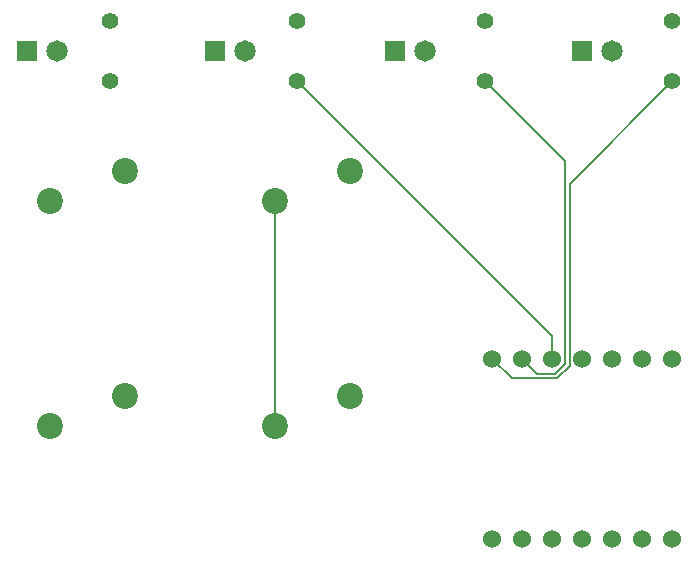
<source format=gbr>
%TF.GenerationSoftware,KiCad,Pcbnew,9.0.3*%
%TF.CreationDate,2025-07-28T00:11:00-05:00*%
%TF.ProjectId,eesa-pathfinder,65657361-2d70-4617-9468-66696e646572,rev?*%
%TF.SameCoordinates,Original*%
%TF.FileFunction,Copper,L2,Bot*%
%TF.FilePolarity,Positive*%
%FSLAX46Y46*%
G04 Gerber Fmt 4.6, Leading zero omitted, Abs format (unit mm)*
G04 Created by KiCad (PCBNEW 9.0.3) date 2025-07-28 00:11:00*
%MOMM*%
%LPD*%
G01*
G04 APERTURE LIST*
%TA.AperFunction,ComponentPad*%
%ADD10C,1.400000*%
%TD*%
%TA.AperFunction,ComponentPad*%
%ADD11C,1.815000*%
%TD*%
%TA.AperFunction,ComponentPad*%
%ADD12R,1.815000X1.815000*%
%TD*%
%TA.AperFunction,ComponentPad*%
%ADD13C,2.200000*%
%TD*%
%TA.AperFunction,ComponentPad*%
%ADD14C,1.524000*%
%TD*%
%TA.AperFunction,Conductor*%
%ADD15C,0.200000*%
%TD*%
G04 APERTURE END LIST*
D10*
%TO.P,R3,1*%
%TO.N,Net-(D3-PadA)*%
X131445000Y-80645000D03*
%TO.P,R3,2*%
%TO.N,LED3*%
X131445000Y-85725000D03*
%TD*%
D11*
%TO.P,D4,A*%
%TO.N,Net-(D4-PadA)*%
X142240000Y-83185000D03*
D12*
%TO.P,D4,C*%
%TO.N,GND*%
X139700000Y-83185000D03*
%TD*%
D13*
%TO.P,SW1,1,1*%
%TO.N,button1*%
X100965000Y-93345000D03*
%TO.P,SW1,2,2*%
%TO.N,GND*%
X94615000Y-95885000D03*
%TD*%
D14*
%TO.P,U1,1,GPIO26/ADC0/A0*%
%TO.N,button1*%
X147320000Y-109220000D03*
%TO.P,U1,2,GPIO27/ADC1/A1*%
%TO.N,button2*%
X144780000Y-109220000D03*
%TO.P,U1,3,GPIO28/ADC2/A2*%
%TO.N,button3*%
X142240000Y-109220000D03*
%TO.P,U1,4,GPIO29/ADC3/A3*%
%TO.N,LED1*%
X139700000Y-109220000D03*
%TO.P,U1,5,GPIO6/SDA*%
%TO.N,LED2*%
X137160000Y-109220000D03*
%TO.P,U1,6,GPIO7/SCL*%
%TO.N,LED3*%
X134620000Y-109220000D03*
%TO.P,U1,7,GPIO0/TX*%
%TO.N,LED4*%
X132080000Y-109220000D03*
%TO.P,U1,8,GPIO1/RX*%
%TO.N,unconnected-(U1-GPIO1{slash}RX-Pad8)*%
X132080000Y-124460000D03*
%TO.P,U1,9,GPIO2/SCK*%
%TO.N,unconnected-(U1-GPIO2{slash}SCK-Pad9)*%
X134620000Y-124460000D03*
%TO.P,U1,10,GPIO4/MISO*%
%TO.N,button4*%
X137160000Y-124460000D03*
%TO.P,U1,11,GPIO3/MOSI*%
%TO.N,unconnected-(U1-GPIO3{slash}MOSI-Pad11)*%
X139700000Y-124460000D03*
%TO.P,U1,12,3V3*%
%TO.N,unconnected-(U1-3V3-Pad12)*%
X142240000Y-124460000D03*
%TO.P,U1,13,GND*%
%TO.N,GND*%
X144780000Y-124460000D03*
%TO.P,U1,14,VBUS*%
%TO.N,unconnected-(U1-VBUS-Pad14)*%
X147320000Y-124460000D03*
%TD*%
D11*
%TO.P,D3,A*%
%TO.N,Net-(D3-PadA)*%
X126365000Y-83185000D03*
D12*
%TO.P,D3,C*%
%TO.N,GND*%
X123825000Y-83185000D03*
%TD*%
D10*
%TO.P,R2,1*%
%TO.N,Net-(D2-PadA)*%
X115570000Y-80645000D03*
%TO.P,R2,2*%
%TO.N,LED2*%
X115570000Y-85725000D03*
%TD*%
D13*
%TO.P,SW4,1,1*%
%TO.N,button4*%
X120015000Y-112395000D03*
%TO.P,SW4,2,2*%
%TO.N,GND*%
X113665000Y-114935000D03*
%TD*%
D11*
%TO.P,D1,A*%
%TO.N,Net-(D1-PadA)*%
X95250000Y-83185000D03*
D12*
%TO.P,D1,C*%
%TO.N,GND*%
X92710000Y-83185000D03*
%TD*%
D11*
%TO.P,D2,A*%
%TO.N,Net-(D2-PadA)*%
X111125000Y-83185000D03*
D12*
%TO.P,D2,C*%
%TO.N,GND*%
X108585000Y-83185000D03*
%TD*%
D10*
%TO.P,R4,1*%
%TO.N,Net-(D4-PadA)*%
X147320000Y-80645000D03*
%TO.P,R4,2*%
%TO.N,LED4*%
X147320000Y-85725000D03*
%TD*%
%TO.P,R1,1*%
%TO.N,Net-(D1-PadA)*%
X99695000Y-80645000D03*
%TO.P,R1,2*%
%TO.N,LED1*%
X99695000Y-85725000D03*
%TD*%
D13*
%TO.P,SW2,1,1*%
%TO.N,button2*%
X120015000Y-93345000D03*
%TO.P,SW2,2,2*%
%TO.N,GND*%
X113665000Y-95885000D03*
%TD*%
%TO.P,SW3,1,1*%
%TO.N,button3*%
X100965000Y-112395000D03*
%TO.P,SW3,2,2*%
%TO.N,GND*%
X94615000Y-114935000D03*
%TD*%
D15*
%TO.N,GND*%
X113665000Y-95885000D02*
X113665000Y-114935000D01*
%TO.N,LED2*%
X137160000Y-107315000D02*
X137160000Y-109220000D01*
X115570000Y-85725000D02*
X137160000Y-107315000D01*
%TO.N,LED3*%
X131445000Y-85725000D02*
X138223000Y-92503000D01*
X138223000Y-109660310D02*
X137393310Y-110490000D01*
X135890000Y-110490000D02*
X134620000Y-109220000D01*
X138223000Y-92503000D02*
X138223000Y-109660310D01*
X137393310Y-110490000D02*
X135890000Y-110490000D01*
%TO.N,LED4*%
X133751000Y-110891000D02*
X132080000Y-109220000D01*
X137559410Y-110891000D02*
X133751000Y-110891000D01*
X138637000Y-94408000D02*
X138637000Y-109813410D01*
X138637000Y-109813410D02*
X137559410Y-110891000D01*
X147320000Y-85725000D02*
X138637000Y-94408000D01*
%TD*%
M02*

</source>
